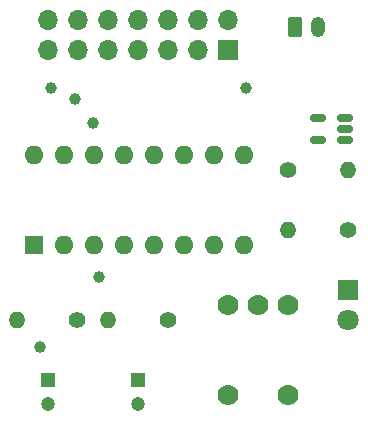
<source format=gbr>
%TF.GenerationSoftware,KiCad,Pcbnew,8.0.1*%
%TF.CreationDate,2024-03-30T16:35:56+02:00*%
%TF.ProjectId,Design PCB assignment,44657369-676e-4205-9043-422061737369,rev?*%
%TF.SameCoordinates,Original*%
%TF.FileFunction,Soldermask,Top*%
%TF.FilePolarity,Negative*%
%FSLAX46Y46*%
G04 Gerber Fmt 4.6, Leading zero omitted, Abs format (unit mm)*
G04 Created by KiCad (PCBNEW 8.0.1) date 2024-03-30 16:35:56*
%MOMM*%
%LPD*%
G01*
G04 APERTURE LIST*
G04 Aperture macros list*
%AMRoundRect*
0 Rectangle with rounded corners*
0 $1 Rounding radius*
0 $2 $3 $4 $5 $6 $7 $8 $9 X,Y pos of 4 corners*
0 Add a 4 corners polygon primitive as box body*
4,1,4,$2,$3,$4,$5,$6,$7,$8,$9,$2,$3,0*
0 Add four circle primitives for the rounded corners*
1,1,$1+$1,$2,$3*
1,1,$1+$1,$4,$5*
1,1,$1+$1,$6,$7*
1,1,$1+$1,$8,$9*
0 Add four rect primitives between the rounded corners*
20,1,$1+$1,$2,$3,$4,$5,0*
20,1,$1+$1,$4,$5,$6,$7,0*
20,1,$1+$1,$6,$7,$8,$9,0*
20,1,$1+$1,$8,$9,$2,$3,0*%
G04 Aperture macros list end*
%ADD10C,1.778000*%
%ADD11C,1.000000*%
%ADD12RoundRect,0.250000X-0.350000X-0.625000X0.350000X-0.625000X0.350000X0.625000X-0.350000X0.625000X0*%
%ADD13O,1.200000X1.750000*%
%ADD14C,1.400000*%
%ADD15O,1.400000X1.400000*%
%ADD16R,1.600000X1.600000*%
%ADD17O,1.600000X1.600000*%
%ADD18R,1.200000X1.200000*%
%ADD19C,1.200000*%
%ADD20R,1.700000X1.700000*%
%ADD21O,1.700000X1.700000*%
%ADD22RoundRect,0.150000X0.512500X0.150000X-0.512500X0.150000X-0.512500X-0.150000X0.512500X-0.150000X0*%
%ADD23R,1.800000X1.800000*%
%ADD24C,1.800000*%
G04 APERTURE END LIST*
D10*
%TO.C,SW1*%
X99060000Y-82550000D03*
X93980000Y-82550000D03*
X93980000Y-74930000D03*
X96520000Y-74930000D03*
X99060000Y-74930000D03*
%TD*%
D11*
%TO.C,TP6*%
X82500000Y-59500000D03*
%TD*%
D12*
%TO.C,J1*%
X99600000Y-51340000D03*
D13*
X101600000Y-51340000D03*
%TD*%
D14*
%TO.C,Rprog1*%
X104140000Y-68580000D03*
D15*
X104140000Y-63500000D03*
%TD*%
D11*
%TO.C,TP7*%
X83000000Y-72500000D03*
%TD*%
D14*
%TO.C,Rled1*%
X99060000Y-63500000D03*
D15*
X99060000Y-68580000D03*
%TD*%
D16*
%TO.C,U1*%
X77485000Y-69840000D03*
D17*
X80025000Y-69840000D03*
X82565000Y-69840000D03*
X85105000Y-69840000D03*
X87645000Y-69840000D03*
X90185000Y-69840000D03*
X92725000Y-69840000D03*
X95265000Y-69840000D03*
X95265000Y-62220000D03*
X92725000Y-62220000D03*
X90185000Y-62220000D03*
X87645000Y-62220000D03*
X85105000Y-62220000D03*
X82565000Y-62220000D03*
X80025000Y-62220000D03*
X77485000Y-62220000D03*
%TD*%
D11*
%TO.C,TP3*%
X78000000Y-78500000D03*
%TD*%
%TO.C,TP4*%
X81000000Y-57500000D03*
%TD*%
%TO.C,TP2*%
X79000000Y-56500000D03*
%TD*%
D14*
%TO.C,R9*%
X88900000Y-76200000D03*
D15*
X83820000Y-76200000D03*
%TD*%
D14*
%TO.C,R10*%
X81170000Y-76200000D03*
D15*
X76090000Y-76200000D03*
%TD*%
D18*
%TO.C,C2*%
X78740000Y-81280000D03*
D19*
X78740000Y-83280000D03*
%TD*%
D20*
%TO.C,J2*%
X93980000Y-53340000D03*
D21*
X93980000Y-50800000D03*
X91440000Y-53340000D03*
X91440000Y-50800000D03*
X88900000Y-53340000D03*
X88900000Y-50800000D03*
X86360000Y-53340000D03*
X86360000Y-50800000D03*
X83820000Y-53340000D03*
X83820000Y-50800000D03*
X81280000Y-53340000D03*
X81280000Y-50800000D03*
X78740000Y-53340000D03*
X78740000Y-50800000D03*
%TD*%
D22*
%TO.C,U2*%
X103875000Y-60960000D03*
X103875000Y-60010000D03*
X103875000Y-59060000D03*
X101600000Y-59060000D03*
X101600000Y-60960000D03*
%TD*%
D11*
%TO.C,TP1*%
X95500000Y-56500000D03*
%TD*%
D18*
%TO.C,C1*%
X86360000Y-81280000D03*
D19*
X86360000Y-83280000D03*
%TD*%
D23*
%TO.C,charging1*%
X104140000Y-73660000D03*
D24*
X104140000Y-76200000D03*
%TD*%
M02*

</source>
